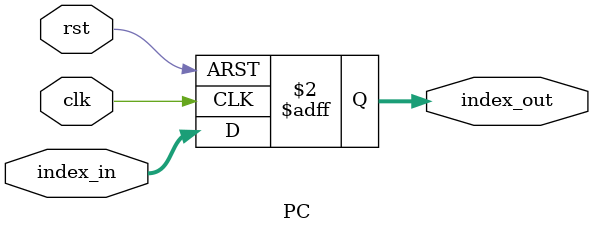
<source format=v>
module PC(clk, index_in, index_out, rst);

	parameter SIZE = 32;

	input clk;
	input rst;
	input [(SIZE-1):0] index_in;
	output reg [(SIZE-1):0] index_out;

	// Register for index of the next instruction
	always @(posedge clk or posedge rst) begin

		//reset program counter on rst
		if (rst) begin
		index_out <= 32'b0;
		end
		//otherwise output previous index + 4
		else begin
			index_out <= index_in;
		end
	end

endmodule

</source>
